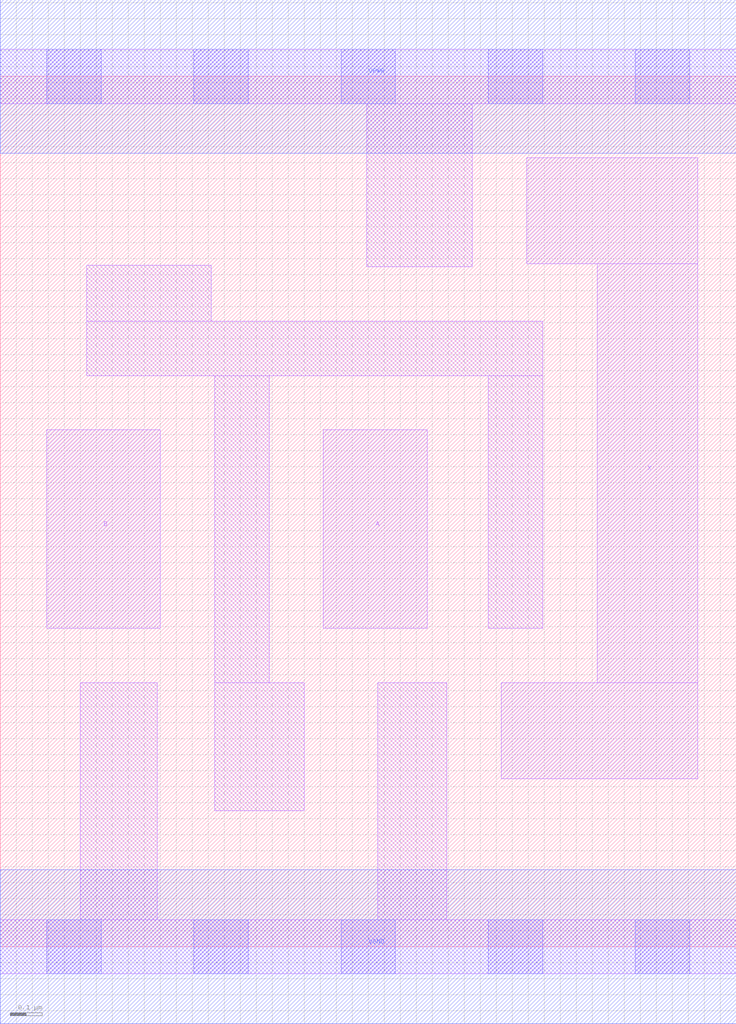
<source format=lef>
# Copyright 2020 The SkyWater PDK Authors
#
# Licensed under the Apache License, Version 2.0 (the "License");
# you may not use this file except in compliance with the License.
# You may obtain a copy of the License at
#
#     https://www.apache.org/licenses/LICENSE-2.0
#
# Unless required by applicable law or agreed to in writing, software
# distributed under the License is distributed on an "AS IS" BASIS,
# WITHOUT WARRANTIES OR CONDITIONS OF ANY KIND, either express or implied.
# See the License for the specific language governing permissions and
# limitations under the License.
#
# SPDX-License-Identifier: Apache-2.0

VERSION 5.7 ;
  NAMESCASESENSITIVE ON ;
  NOWIREEXTENSIONATPIN ON ;
  DIVIDERCHAR "/" ;
  BUSBITCHARS "[]" ;
UNITS
  DATABASE MICRONS 200 ;
END UNITS
MACRO sky130_fd_sc_hd__or2_0
  CLASS CORE ;
  SOURCE USER ;
  FOREIGN sky130_fd_sc_hd__or2_0 ;
  ORIGIN  0.000000  0.000000 ;
  SIZE  2.300000 BY  2.720000 ;
  SYMMETRY X Y R90 ;
  SITE unithd ;
  PIN A
    ANTENNAGATEAREA  0.126000 ;
    DIRECTION INPUT ;
    USE SIGNAL ;
    PORT
      LAYER li1 ;
        RECT 1.010000 0.995000 1.335000 1.615000 ;
    END
  END A
  PIN B
    ANTENNAGATEAREA  0.126000 ;
    DIRECTION INPUT ;
    USE SIGNAL ;
    PORT
      LAYER li1 ;
        RECT 0.145000 0.995000 0.500000 1.615000 ;
    END
  END B
  PIN X
    ANTENNADIFFAREA  0.326800 ;
    DIRECTION OUTPUT ;
    USE SIGNAL ;
    PORT
      LAYER li1 ;
        RECT 1.565000 0.525000 2.180000 0.825000 ;
        RECT 1.645000 2.135000 2.180000 2.465000 ;
        RECT 1.865000 0.825000 2.180000 2.135000 ;
    END
  END X
  PIN VGND
    DIRECTION INOUT ;
    SHAPE ABUTMENT ;
    USE GROUND ;
    PORT
      LAYER met1 ;
        RECT 0.000000 -0.240000 2.300000 0.240000 ;
    END
  END VGND
  PIN VPWR
    DIRECTION INOUT ;
    SHAPE ABUTMENT ;
    USE POWER ;
    PORT
      LAYER met1 ;
        RECT 0.000000 2.480000 2.300000 2.960000 ;
    END
  END VPWR
  OBS
    LAYER li1 ;
      RECT 0.000000 -0.085000 2.300000 0.085000 ;
      RECT 0.000000  2.635000 2.300000 2.805000 ;
      RECT 0.250000  0.085000 0.490000 0.825000 ;
      RECT 0.270000  1.785000 1.695000 1.955000 ;
      RECT 0.270000  1.955000 0.660000 2.130000 ;
      RECT 0.670000  0.425000 0.950000 0.825000 ;
      RECT 0.670000  0.825000 0.840000 1.785000 ;
      RECT 1.145000  2.125000 1.475000 2.635000 ;
      RECT 1.180000  0.085000 1.395000 0.825000 ;
      RECT 1.525000  0.995000 1.695000 1.785000 ;
    LAYER mcon ;
      RECT 0.145000 -0.085000 0.315000 0.085000 ;
      RECT 0.145000  2.635000 0.315000 2.805000 ;
      RECT 0.605000 -0.085000 0.775000 0.085000 ;
      RECT 0.605000  2.635000 0.775000 2.805000 ;
      RECT 1.065000 -0.085000 1.235000 0.085000 ;
      RECT 1.065000  2.635000 1.235000 2.805000 ;
      RECT 1.525000 -0.085000 1.695000 0.085000 ;
      RECT 1.525000  2.635000 1.695000 2.805000 ;
      RECT 1.985000 -0.085000 2.155000 0.085000 ;
      RECT 1.985000  2.635000 2.155000 2.805000 ;
  END
END sky130_fd_sc_hd__or2_0
END LIBRARY

</source>
